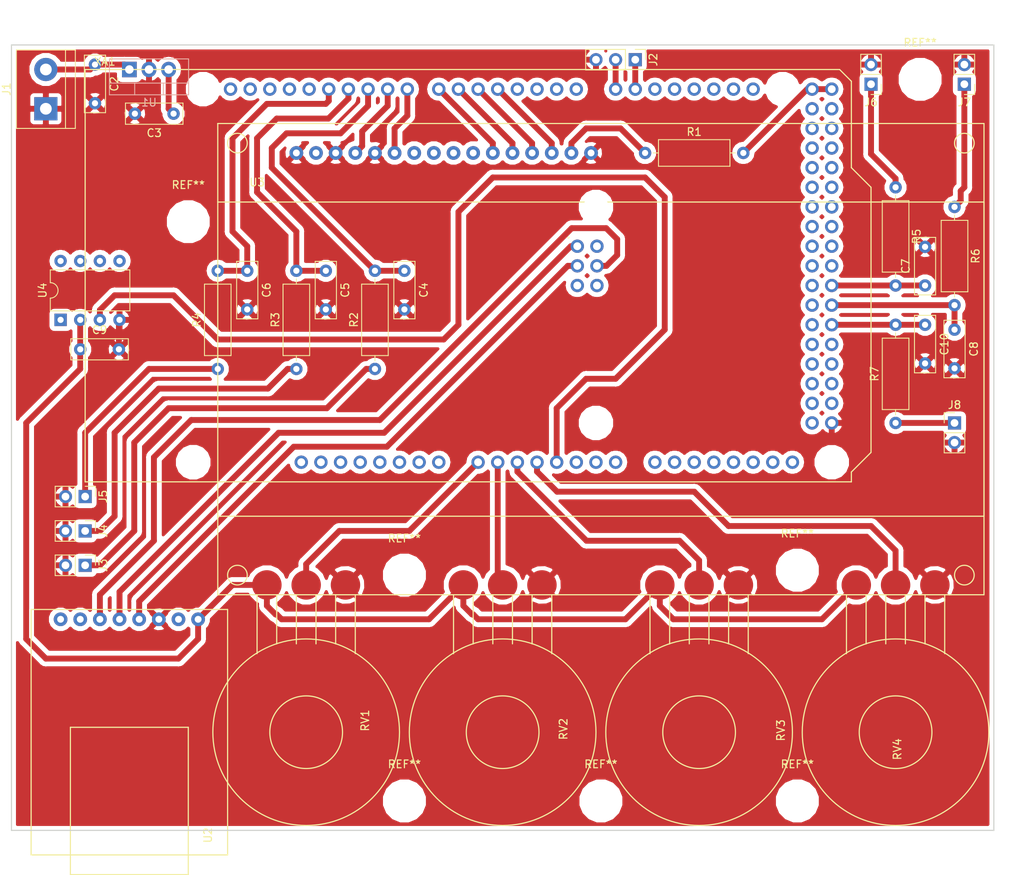
<source format=kicad_pcb>
(kicad_pcb (version 20171130) (host pcbnew 5.0.2+dfsg1-1~bpo9+1)
  (layers (0 F.Cu signal) (31 B.Cu signal) (34 B.Paste user) (35 F.Paste user) (36 B.SilkS user) (37 F.SilkS user) (38 B.Mask user) (39 F.Mask user) (44 Edge.Cuts user))
  (net 0 "")
  (net 1 "Net-(XA1-PadRST2)")
  (net 2 "Net-(XA1-PadGND4)")
  (net 3 "Net-(XA1-Pad5V2)")
  (net 4 "Net-(XA1-PadVIN)")
  (net 5 "Net-(XA1-PadGND3)")
  (net 6 "Net-(XA1-PadGND2)")
  (net 7 "Net-(XA1-Pad5V1)")
  (net 8 "Net-(XA1-Pad3V3)")
  (net 9 "Net-(XA1-PadRST1)")
  (net 10 "Net-(XA1-PadIORF)")
  (net 11 "Net-(XA1-PadD21)")
  (net 12 "Net-(XA1-PadD20)")
  (net 13 "Net-(XA1-PadD19)")
  (net 14 "Net-(XA1-PadD18)")
  (net 15 "Net-(XA1-PadD17)")
  (net 16 "Net-(XA1-PadD16)")
  (net 17 "Net-(XA1-PadD0)")
  (net 18 "Net-(XA1-PadD1)")
  (net 19 "Net-(XA1-PadD2)")
  (net 20 "Net-(XA1-PadD3)")
  (net 21 "Net-(XA1-PadGND1)")
  (net 22 "Net-(XA1-PadSCL)")
  (net 23 "Net-(XA1-PadSDA)")
  (net 24 "Net-(XA1-PadAREF)")
  (net 25 "Net-(XA1-PadD13)")
  (net 26 "Net-(XA1-PadA5)")
  (net 27 "Net-(XA1-PadA6)")
  (net 28 "Net-(XA1-PadA7)")
  (net 29 "Net-(XA1-PadA8)")
  (net 30 "Net-(XA1-PadA9)")
  (net 31 "Net-(XA1-PadA10)")
  (net 32 "Net-(XA1-PadA11)")
  (net 33 "Net-(XA1-PadA12)")
  (net 34 "Net-(XA1-PadA13)")
  (net 35 "Net-(XA1-PadA14)")
  (net 36 "Net-(XA1-PadA15)")
  (net 37 "Net-(XA1-PadD22)")
  (net 38 "Net-(XA1-PadD23)")
  (net 39 "Net-(XA1-PadD24)")
  (net 40 "Net-(XA1-PadD25)")
  (net 41 "Net-(XA1-PadD26)")
  (net 42 "Net-(XA1-PadD27)")
  (net 43 "Net-(XA1-PadD28)")
  (net 44 "Net-(XA1-PadD29)")
  (net 45 "Net-(XA1-PadD30)")
  (net 46 "Net-(XA1-PadD31)")
  (net 47 "Net-(XA1-PadD32)")
  (net 48 "Net-(XA1-PadD33)")
  (net 49 "Net-(XA1-PadD34)")
  (net 50 "Net-(XA1-PadD35)")
  (net 51 "Net-(XA1-PadD36)")
  (net 52 "Net-(XA1-PadD37)")
  (net 53 "Net-(XA1-PadD38)")
  (net 54 "Net-(XA1-PadD39)")
  (net 55 "Net-(XA1-PadD40)")
  (net 56 "Net-(XA1-PadD42)")
  (net 57 "Net-(XA1-PadD44)")
  (net 58 "Net-(XA1-PadD46)")
  (net 59 "Net-(XA1-PadD47)")
  (net 60 "Net-(XA1-PadD48)")
  (net 61 "Net-(XA1-PadD49)")
  (net 62 "Net-(XA1-PadD50)")
  (net 63 "Net-(XA1-PadD51)")
  (net 64 "Net-(XA1-PadD52)")
  (net 65 "Net-(XA1-PadGND5)")
  (net 66 +12V)
  (net 67 GND)
  (net 68 +5V)
  (net 69 /limSw)
  (net 70 /buzzer)
  (net 71 /errLight)
  (net 72 /button1)
  (net 73 /button2)
  (net 74 /roboClaw1)
  (net 75 /roboClaw2)
  (net 76 "Net-(J3-Pad1)")
  (net 77 "Net-(J4-Pad1)")
  (net 78 "Net-(J5-Pad1)")
  (net 79 "Net-(J6-Pad1)")
  (net 80 "Net-(J7-Pad1)")
  (net 81 "Net-(R1-Pad1)")
  (net 82 "Net-(U4-Pad1)")
  (net 83 "Net-(U4-Pad5)")
  (net 84 "Net-(U4-Pad6)")
  (net 85 /pressure)
  (net 86 "Net-(U4-Pad7)")
  (net 87 "Net-(U4-Pad8)")
  (net 88 /di)
  (net 89 /clk)
  (net 90 /pot1)
  (net 91 /db7)
  (net 92 /db6)
  (net 93 /db5)
  (net 94 /db4)
  (net 95 /e)
  (net 96 /rs)
  (net 97 /pot2)
  (net 98 /pot3)
  (net 99 /pot4)
  (net 100 /cs)
  (net 101 /do)
  (net 102 "Net-(U2-Pad1)")
  (net 103 "Net-(U2-Pad7)")
  (net 104 "Net-(U3-Pad7)")
  (net 105 "Net-(U3-Pad8)")
  (net 106 "Net-(U3-Pad9)")
  (net 107 "Net-(U3-Pad10)")
  (net 108 /button3)
  (net 109 "Net-(J8-Pad1)")
  (module Arduino:Arduino_Mega2560_Shield (layer F.Cu) (at 39.37 82.55)
    (fp_text reference XA1 (at 2.54 -54.356) (layer F.SilkS))
    (fp_text value Arduino_Mega2560_Shield)
    (fp_text user . (at 62.484 -32.004) (layer F.SilkS))
    (pad RST2 thru_hole oval (at 63.627 -25.4) (size 1.7272 1.7272) (drill 1.016) (layers *.Cu *.Mask) (net 1 "Net-(XA1-PadRST2)"))
    (pad GND4 thru_hole oval (at 66.167 -25.4) (size 1.7272 1.7272) (drill 1.016) (layers *.Cu *.Mask) (net 2 "Net-(XA1-PadGND4)"))
    (pad MOSI thru_hole oval (at 66.167 -27.94) (size 1.7272 1.7272) (drill 1.016) (layers *.Cu *.Mask) (net 88 /di))
    (pad SCK thru_hole oval (at 63.627 -27.94) (size 1.7272 1.7272) (drill 1.016) (layers *.Cu *.Mask) (net 89 /clk))
    (pad 5V2 thru_hole oval (at 66.167 -30.48) (size 1.7272 1.7272) (drill 1.016) (layers *.Cu *.Mask) (net 3 "Net-(XA1-Pad5V2)"))
    (pad A0 thru_hole oval (at 50.8 -2.54) (size 1.7272 1.7272) (drill 1.016) (layers *.Cu *.Mask) (net 90 /pot1))
    (pad VIN thru_hole oval (at 45.72 -2.54) (size 1.7272 1.7272) (drill 1.016) (layers *.Cu *.Mask) (net 4 "Net-(XA1-PadVIN)"))
    (pad GND3 thru_hole oval (at 43.18 -2.54) (size 1.7272 1.7272) (drill 1.016) (layers *.Cu *.Mask) (net 5 "Net-(XA1-PadGND3)"))
    (pad GND2 thru_hole oval (at 40.64 -2.54) (size 1.7272 1.7272) (drill 1.016) (layers *.Cu *.Mask) (net 6 "Net-(XA1-PadGND2)"))
    (pad 5V1 thru_hole oval (at 38.1 -2.54) (size 1.7272 1.7272) (drill 1.016) (layers *.Cu *.Mask) (net 7 "Net-(XA1-Pad5V1)"))
    (pad 3V3 thru_hole oval (at 35.56 -2.54) (size 1.7272 1.7272) (drill 1.016) (layers *.Cu *.Mask) (net 8 "Net-(XA1-Pad3V3)"))
    (pad RST1 thru_hole oval (at 33.02 -2.54) (size 1.7272 1.7272) (drill 1.016) (layers *.Cu *.Mask) (net 9 "Net-(XA1-PadRST1)"))
    (pad IORF thru_hole oval (at 30.48 -2.54) (size 1.7272 1.7272) (drill 1.016) (layers *.Cu *.Mask) (net 10 "Net-(XA1-PadIORF)"))
    (pad D21 thru_hole oval (at 86.36 -50.8) (size 1.7272 1.7272) (drill 1.016) (layers *.Cu *.Mask) (net 11 "Net-(XA1-PadD21)"))
    (pad D20 thru_hole oval (at 83.82 -50.8) (size 1.7272 1.7272) (drill 1.016) (layers *.Cu *.Mask) (net 12 "Net-(XA1-PadD20)"))
    (pad D19 thru_hole oval (at 81.28 -50.8) (size 1.7272 1.7272) (drill 1.016) (layers *.Cu *.Mask) (net 13 "Net-(XA1-PadD19)"))
    (pad D18 thru_hole oval (at 78.74 -50.8) (size 1.7272 1.7272) (drill 1.016) (layers *.Cu *.Mask) (net 14 "Net-(XA1-PadD18)"))
    (pad D17 thru_hole oval (at 76.2 -50.8) (size 1.7272 1.7272) (drill 1.016) (layers *.Cu *.Mask) (net 15 "Net-(XA1-PadD17)"))
    (pad D16 thru_hole oval (at 73.66 -50.8) (size 1.7272 1.7272) (drill 1.016) (layers *.Cu *.Mask) (net 16 "Net-(XA1-PadD16)"))
    (pad D15 thru_hole oval (at 71.12 -50.8) (size 1.7272 1.7272) (drill 1.016) (layers *.Cu *.Mask) (net 74 /roboClaw1))
    (pad D14 thru_hole oval (at 68.58 -50.8) (size 1.7272 1.7272) (drill 1.016) (layers *.Cu *.Mask) (net 75 /roboClaw2))
    (pad D0 thru_hole oval (at 63.5 -50.8) (size 1.7272 1.7272) (drill 1.016) (layers *.Cu *.Mask) (net 17 "Net-(XA1-PadD0)"))
    (pad D1 thru_hole oval (at 60.96 -50.8) (size 1.7272 1.7272) (drill 1.016) (layers *.Cu *.Mask) (net 18 "Net-(XA1-PadD1)"))
    (pad D2 thru_hole oval (at 58.42 -50.8) (size 1.7272 1.7272) (drill 1.016) (layers *.Cu *.Mask) (net 19 "Net-(XA1-PadD2)"))
    (pad D3 thru_hole oval (at 55.88 -50.8) (size 1.7272 1.7272) (drill 1.016) (layers *.Cu *.Mask) (net 20 "Net-(XA1-PadD3)"))
    (pad D4 thru_hole oval (at 53.34 -50.8) (size 1.7272 1.7272) (drill 1.016) (layers *.Cu *.Mask) (net 91 /db7))
    (pad D5 thru_hole oval (at 50.8 -50.8) (size 1.7272 1.7272) (drill 1.016) (layers *.Cu *.Mask) (net 92 /db6))
    (pad D6 thru_hole oval (at 48.26 -50.8) (size 1.7272 1.7272) (drill 1.016) (layers *.Cu *.Mask) (net 93 /db5))
    (pad D7 thru_hole oval (at 45.72 -50.8) (size 1.7272 1.7272) (drill 1.016) (layers *.Cu *.Mask) (net 94 /db4))
    (pad GND1 thru_hole oval (at 26.416 -50.8) (size 1.7272 1.7272) (drill 1.016) (layers *.Cu *.Mask) (net 21 "Net-(XA1-PadGND1)"))
    (pad D8 thru_hole oval (at 41.656 -50.8) (size 1.7272 1.7272) (drill 1.016) (layers *.Cu *.Mask) (net 95 /e))
    (pad D9 thru_hole oval (at 39.116 -50.8) (size 1.7272 1.7272) (drill 1.016) (layers *.Cu *.Mask) (net 96 /rs))
    (pad D10 thru_hole oval (at 36.576 -50.8) (size 1.7272 1.7272) (drill 1.016) (layers *.Cu *.Mask) (net 69 /limSw))
    (pad "" np_thru_hole circle (at 66.04 -7.62) (size 3.2 3.2) (drill 3.2) (layers *.Cu *.Mask))
    (pad "" np_thru_hole circle (at 66.04 -35.56) (size 3.2 3.2) (drill 3.2) (layers *.Cu *.Mask))
    (pad "" np_thru_hole circle (at 90.17 -50.8) (size 3.2 3.2) (drill 3.2) (layers *.Cu *.Mask))
    (pad "" np_thru_hole circle (at 15.24 -50.8) (size 3.2 3.2) (drill 3.2) (layers *.Cu *.Mask))
    (pad "" np_thru_hole circle (at 96.52 -2.54) (size 3.2 3.2) (drill 3.2) (layers *.Cu *.Mask))
    (pad "" np_thru_hole circle (at 13.97 -2.54) (size 3.2 3.2) (drill 3.2) (layers *.Cu *.Mask))
    (pad SCL thru_hole oval (at 18.796 -50.8) (size 1.7272 1.7272) (drill 1.016) (layers *.Cu *.Mask) (net 22 "Net-(XA1-PadSCL)"))
    (pad SDA thru_hole oval (at 21.336 -50.8) (size 1.7272 1.7272) (drill 1.016) (layers *.Cu *.Mask) (net 23 "Net-(XA1-PadSDA)"))
    (pad AREF thru_hole oval (at 23.876 -50.8) (size 1.7272 1.7272) (drill 1.016) (layers *.Cu *.Mask) (net 24 "Net-(XA1-PadAREF)"))
    (pad D13 thru_hole oval (at 28.956 -50.8) (size 1.7272 1.7272) (drill 1.016) (layers *.Cu *.Mask) (net 25 "Net-(XA1-PadD13)"))
    (pad D12 thru_hole oval (at 31.496 -50.8) (size 1.7272 1.7272) (drill 1.016) (layers *.Cu *.Mask) (net 71 /errLight))
    (pad D11 thru_hole oval (at 34.036 -50.8) (size 1.7272 1.7272) (drill 1.016) (layers *.Cu *.Mask) (net 70 /buzzer))
    (pad "" thru_hole oval (at 27.94 -2.54) (size 1.7272 1.7272) (drill 1.016) (layers *.Cu *.Mask))
    (pad A1 thru_hole oval (at 53.34 -2.54) (size 1.7272 1.7272) (drill 1.016) (layers *.Cu *.Mask) (net 97 /pot2))
    (pad A2 thru_hole oval (at 55.88 -2.54) (size 1.7272 1.7272) (drill 1.016) (layers *.Cu *.Mask) (net 98 /pot3))
    (pad A3 thru_hole oval (at 58.42 -2.54) (size 1.7272 1.7272) (drill 1.016) (layers *.Cu *.Mask) (net 99 /pot4))
    (pad A4 thru_hole oval (at 60.96 -2.54) (size 1.7272 1.7272) (drill 1.016) (layers *.Cu *.Mask) (net 85 /pressure))
    (pad A5 thru_hole oval (at 63.5 -2.54) (size 1.7272 1.7272) (drill 1.016) (layers *.Cu *.Mask) (net 26 "Net-(XA1-PadA5)"))
    (pad A6 thru_hole oval (at 66.04 -2.54) (size 1.7272 1.7272) (drill 1.016) (layers *.Cu *.Mask) (net 27 "Net-(XA1-PadA6)"))
    (pad A7 thru_hole oval (at 68.58 -2.54) (size 1.7272 1.7272) (drill 1.016) (layers *.Cu *.Mask) (net 28 "Net-(XA1-PadA7)"))
    (pad A8 thru_hole oval (at 73.66 -2.54) (size 1.7272 1.7272) (drill 1.016) (layers *.Cu *.Mask) (net 29 "Net-(XA1-PadA8)"))
    (pad A9 thru_hole oval (at 76.2 -2.54) (size 1.7272 1.7272) (drill 1.016) (layers *.Cu *.Mask) (net 30 "Net-(XA1-PadA9)"))
    (pad A10 thru_hole oval (at 78.74 -2.54) (size 1.7272 1.7272) (drill 1.016) (layers *.Cu *.Mask) (net 31 "Net-(XA1-PadA10)"))
    (pad A11 thru_hole oval (at 81.28 -2.54) (size 1.7272 1.7272) (drill 1.016) (layers *.Cu *.Mask) (net 32 "Net-(XA1-PadA11)"))
    (pad A12 thru_hole oval (at 83.82 -2.54) (size 1.7272 1.7272) (drill 1.016) (layers *.Cu *.Mask) (net 33 "Net-(XA1-PadA12)"))
    (pad A13 thru_hole oval (at 86.36 -2.54) (size 1.7272 1.7272) (drill 1.016) (layers *.Cu *.Mask) (net 34 "Net-(XA1-PadA13)"))
    (pad A14 thru_hole oval (at 88.9 -2.54) (size 1.7272 1.7272) (drill 1.016) (layers *.Cu *.Mask) (net 35 "Net-(XA1-PadA14)"))
    (pad A15 thru_hole oval (at 91.44 -2.54) (size 1.7272 1.7272) (drill 1.016) (layers *.Cu *.Mask) (net 36 "Net-(XA1-PadA15)"))
    (pad 5V3 thru_hole oval (at 93.98 -50.8) (size 1.7272 1.7272) (drill 1.016) (layers *.Cu *.Mask) (net 68 +5V))
    (pad 5V4 thru_hole oval (at 96.52 -50.8) (size 1.7272 1.7272) (drill 1.016) (layers *.Cu *.Mask) (net 68 +5V))
    (pad D22 thru_hole oval (at 93.98 -48.26) (size 1.7272 1.7272) (drill 1.016) (layers *.Cu *.Mask) (net 37 "Net-(XA1-PadD22)"))
    (pad D23 thru_hole oval (at 96.52 -48.26) (size 1.7272 1.7272) (drill 1.016) (layers *.Cu *.Mask) (net 38 "Net-(XA1-PadD23)"))
    (pad D24 thru_hole oval (at 93.98 -45.72) (size 1.7272 1.7272) (drill 1.016) (layers *.Cu *.Mask) (net 39 "Net-(XA1-PadD24)"))
    (pad D25 thru_hole oval (at 96.52 -45.72) (size 1.7272 1.7272) (drill 1.016) (layers *.Cu *.Mask) (net 40 "Net-(XA1-PadD25)"))
    (pad D26 thru_hole oval (at 93.98 -43.18) (size 1.7272 1.7272) (drill 1.016) (layers *.Cu *.Mask) (net 41 "Net-(XA1-PadD26)"))
    (pad D27 thru_hole oval (at 96.52 -43.18) (size 1.7272 1.7272) (drill 1.016) (layers *.Cu *.Mask) (net 42 "Net-(XA1-PadD27)"))
    (pad D28 thru_hole oval (at 93.98 -40.64) (size 1.7272 1.7272) (drill 1.016) (layers *.Cu *.Mask) (net 43 "Net-(XA1-PadD28)"))
    (pad D29 thru_hole oval (at 96.52 -40.64) (size 1.7272 1.7272) (drill 1.016) (layers *.Cu *.Mask) (net 44 "Net-(XA1-PadD29)"))
    (pad D30 thru_hole oval (at 93.98 -38.1) (size 1.7272 1.7272) (drill 1.016) (layers *.Cu *.Mask) (net 45 "Net-(XA1-PadD30)"))
    (pad D31 thru_hole oval (at 96.52 -38.1) (size 1.7272 1.7272) (drill 1.016) (layers *.Cu *.Mask) (net 46 "Net-(XA1-PadD31)"))
    (pad D32 thru_hole oval (at 93.98 -35.56) (size 1.7272 1.7272) (drill 1.016) (layers *.Cu *.Mask) (net 47 "Net-(XA1-PadD32)"))
    (pad D33 thru_hole oval (at 96.52 -35.56) (size 1.7272 1.7272) (drill 1.016) (layers *.Cu *.Mask) (net 48 "Net-(XA1-PadD33)"))
    (pad D34 thru_hole oval (at 93.98 -33.02) (size 1.7272 1.7272) (drill 1.016) (layers *.Cu *.Mask) (net 49 "Net-(XA1-PadD34)"))
    (pad D35 thru_hole oval (at 96.52 -33.02) (size 1.7272 1.7272) (drill 1.016) (layers *.Cu *.Mask) (net 50 "Net-(XA1-PadD35)"))
    (pad D36 thru_hole oval (at 93.98 -30.48) (size 1.7272 1.7272) (drill 1.016) (layers *.Cu *.Mask) (net 51 "Net-(XA1-PadD36)"))
    (pad D37 thru_hole oval (at 96.52 -30.48) (size 1.7272 1.7272) (drill 1.016) (layers *.Cu *.Mask) (net 52 "Net-(XA1-PadD37)"))
    (pad D38 thru_hole oval (at 93.98 -27.94) (size 1.7272 1.7272) (drill 1.016) (layers *.Cu *.Mask) (net 53 "Net-(XA1-PadD38)"))
    (pad D39 thru_hole oval (at 96.52 -27.94) (size 1.7272 1.7272) (drill 1.016) (layers *.Cu *.Mask) (net 54 "Net-(XA1-PadD39)"))
    (pad D40 thru_hole oval (at 93.98 -25.4) (size 1.7272 1.7272) (drill 1.016) (layers *.Cu *.Mask) (net 55 "Net-(XA1-PadD40)"))
    (pad D41 thru_hole oval (at 96.52 -25.4) (size 1.7272 1.7272) (drill 1.016) (layers *.Cu *.Mask) (net 72 /button1))
    (pad D42 thru_hole oval (at 93.98 -22.86) (size 1.7272 1.7272) (drill 1.016) (layers *.Cu *.Mask) (net 56 "Net-(XA1-PadD42)"))
    (pad D43 thru_hole oval (at 96.52 -22.86) (size 1.7272 1.7272) (drill 1.016) (layers *.Cu *.Mask) (net 73 /button2))
    (pad D44 thru_hole oval (at 93.98 -20.32) (size 1.7272 1.7272) (drill 1.016) (layers *.Cu *.Mask) (net 57 "Net-(XA1-PadD44)"))
    (pad D45 thru_hole oval (at 96.52 -20.32) (size 1.7272 1.7272) (drill 1.016) (layers *.Cu *.Mask) (net 108 /button3))
    (pad D46 thru_hole oval (at 93.98 -17.78) (size 1.7272 1.7272) (drill 1.016) (layers *.Cu *.Mask) (net 58 "Net-(XA1-PadD46)"))
    (pad D47 thru_hole oval (at 96.52 -17.78) (size 1.7272 1.7272) (drill 1.016) (layers *.Cu *.Mask) (net 59 "Net-(XA1-PadD47)"))
    (pad D48 thru_hole oval (at 93.98 -15.24) (size 1.7272 1.7272) (drill 1.016) (layers *.Cu *.Mask) (net 60 "Net-(XA1-PadD48)"))
    (pad D49 thru_hole oval (at 96.52 -15.24) (size 1.7272 1.7272) (drill 1.016) (layers *.Cu *.Mask) (net 61 "Net-(XA1-PadD49)"))
    (pad D50 thru_hole oval (at 93.98 -12.7) (size 1.7272 1.7272) (drill 1.016) (layers *.Cu *.Mask) (net 62 "Net-(XA1-PadD50)"))
    (pad D51 thru_hole oval (at 96.52 -12.7) (size 1.7272 1.7272) (drill 1.016) (layers *.Cu *.Mask) (net 63 "Net-(XA1-PadD51)"))
    (pad D52 thru_hole oval (at 93.98 -10.16) (size 1.7272 1.7272) (drill 1.016) (layers *.Cu *.Mask) (net 64 "Net-(XA1-PadD52)"))
    (pad D53 thru_hole oval (at 96.52 -10.16) (size 1.7272 1.7272) (drill 1.016) (layers *.Cu *.Mask) (net 100 /cs))
    (pad GND5 thru_hole oval (at 93.98 -7.62) (size 1.7272 1.7272) (drill 1.016) (layers *.Cu *.Mask) (net 65 "Net-(XA1-PadGND5)"))
    (pad GND6 thru_hole oval (at 96.52 -7.62) (size 1.7272 1.7272) (drill 1.016) (layers *.Cu *.Mask) (net 67 GND))
    (pad MISO thru_hole oval (at 63.627 -30.48) (size 1.7272 1.7272) (drill 1.016) (layers *.Cu *.Mask) (net 101 /do))
  )
  (module Capacitor_THT:C_Rect_L7.2mm_W2.5mm_P5.00mm_FKS2_FKP2_MKS2_MKP2 (layer F.Cu) (at 40.64 28.575 270)
    (fp_text reference C2 (at 2.5 -2.5 270) (layer F.SilkS))
    (fp_text value C)
    (pad 2 thru_hole circle (at 5 0 270) (size 1.6 1.6) (drill 0.8) (layers *.Cu *.Mask) (net 67 GND))
    (pad 1 thru_hole circle (at 0 0 270) (size 1.6 1.6) (drill 0.8) (layers *.Cu *.Mask) (net 66 +12V))
  )
  (module Capacitor_THT:C_Rect_L7.2mm_W2.5mm_P5.00mm_FKS2_FKP2_MKS2_MKP2 (layer F.Cu) (at 50.8 34.925 180)
    (fp_text reference C3 (at 2.5 -2.5 180) (layer F.SilkS))
    (fp_text value C)
    (pad 1 thru_hole circle (at 0 0 180) (size 1.6 1.6) (drill 0.8) (layers *.Cu *.Mask) (net 68 +5V))
    (pad 2 thru_hole circle (at 5 0 180) (size 1.6 1.6) (drill 0.8) (layers *.Cu *.Mask) (net 67 GND))
  )
  (module Capacitor_THT:C_Rect_L7.2mm_W2.5mm_P5.00mm_FKS2_FKP2_MKS2_MKP2 (layer F.Cu) (at 80.645 55.245 270)
    (fp_text reference C4 (at 2.5 -2.5 270) (layer F.SilkS))
    (fp_text value C)
    (pad 1 thru_hole circle (at 0 0 270) (size 1.6 1.6) (drill 0.8) (layers *.Cu *.Mask) (net 69 /limSw))
    (pad 2 thru_hole circle (at 5 0 270) (size 1.6 1.6) (drill 0.8) (layers *.Cu *.Mask) (net 67 GND))
  )
  (module Capacitor_THT:C_Rect_L7.2mm_W2.5mm_P5.00mm_FKS2_FKP2_MKS2_MKP2 (layer F.Cu) (at 70.485 55.245 270)
    (fp_text reference C5 (at 2.5 -2.5 270) (layer F.SilkS))
    (fp_text value C)
    (pad 1 thru_hole circle (at 0 0 270) (size 1.6 1.6) (drill 0.8) (layers *.Cu *.Mask) (net 70 /buzzer))
    (pad 2 thru_hole circle (at 5 0 270) (size 1.6 1.6) (drill 0.8) (layers *.Cu *.Mask) (net 67 GND))
  )
  (module Capacitor_THT:C_Rect_L7.2mm_W2.5mm_P5.00mm_FKS2_FKP2_MKS2_MKP2 (layer F.Cu) (at 60.325 55.245 270)
    (fp_text reference C6 (at 2.5 -2.5 270) (layer F.SilkS))
    (fp_text value C)
    (pad 2 thru_hole circle (at 5 0 270) (size 1.6 1.6) (drill 0.8) (layers *.Cu *.Mask) (net 67 GND))
    (pad 1 thru_hole circle (at 0 0 270) (size 1.6 1.6) (drill 0.8) (layers *.Cu *.Mask) (net 71 /errLight))
  )
  (module Capacitor_THT:C_Rect_L7.2mm_W2.5mm_P5.00mm_FKS2_FKP2_MKS2_MKP2 (layer F.Cu) (at 147.955 57.15 90)
    (fp_text reference C7 (at 2.5 -2.5 90) (layer F.SilkS))
    (fp_text value C)
    (pad 2 thru_hole circle (at 5 0 90) (size 1.6 1.6) (drill 0.8) (layers *.Cu *.Mask) (net 67 GND))
    (pad 1 thru_hole circle (at 0 0 90) (size 1.6 1.6) (drill 0.8) (layers *.Cu *.Mask) (net 72 /button1))
  )
  (module Capacitor_THT:C_Rect_L7.2mm_W2.5mm_P5.00mm_FKS2_FKP2_MKS2_MKP2 (layer F.Cu) (at 151.765 62.865 270)
    (fp_text reference C8 (at 2.5 -2.5 270) (layer F.SilkS))
    (fp_text value C)
    (pad 1 thru_hole circle (at 0 0 270) (size 1.6 1.6) (drill 0.8) (layers *.Cu *.Mask) (net 73 /button2))
    (pad 2 thru_hole circle (at 5 0 270) (size 1.6 1.6) (drill 0.8) (layers *.Cu *.Mask) (net 67 GND))
  )
  (module Capacitor_THT:C_Rect_L7.2mm_W2.5mm_P5.00mm_FKS2_FKP2_MKS2_MKP2 (layer F.Cu) (at 38.735 65.405)
    (fp_text reference C9 (at 2.5 -2.5) (layer F.SilkS))
    (fp_text value C)
    (pad 2 thru_hole circle (at 5 0) (size 1.6 1.6) (drill 0.8) (layers *.Cu *.Mask) (net 67 GND))
    (pad 1 thru_hole circle (at 0 0) (size 1.6 1.6) (drill 0.8) (layers *.Cu *.Mask) (net 68 +5V))
  )
  (module TerminalBlock:TerminalBlock_bornier-2_P5.08mm (layer F.Cu) (at 34.29 34.29 90)
    (fp_text reference J1 (at 2.54 -5.08 90) (layer F.SilkS))
    (fp_text value Screw_Terminal_01x02)
    (pad 1 thru_hole rect (at 0 0 90) (size 3 3) (drill 1.52) (layers *.Cu *.Mask) (net 67 GND))
    (pad 2 thru_hole circle (at 5.08 0 90) (size 3 3) (drill 1.52) (layers *.Cu *.Mask) (net 66 +12V))
  )
  (module Connector_PinHeader_2.54mm:PinHeader_1x02_P2.54mm_Vertical (layer F.Cu) (at 39.37 93.345 270)
    (fp_text reference J3 (at 0 -2.33 270) (layer F.SilkS))
    (fp_text value Conn_01x02_Female)
    (pad 2 thru_hole oval (at 0 2.54 270) (size 1.7 1.7) (drill 1) (layers *.Cu *.Mask) (net 67 GND))
    (pad 1 thru_hole rect (at 0 0 270) (size 1.7 1.7) (drill 1) (layers *.Cu *.Mask) (net 76 "Net-(J3-Pad1)"))
  )
  (module Connector_PinHeader_2.54mm:PinHeader_1x02_P2.54mm_Vertical (layer F.Cu) (at 39.37 88.9 270)
    (fp_text reference J4 (at 0 -2.33 270) (layer F.SilkS))
    (fp_text value Conn_01x02_Female)
    (pad 1 thru_hole rect (at 0 0 270) (size 1.7 1.7) (drill 1) (layers *.Cu *.Mask) (net 77 "Net-(J4-Pad1)"))
    (pad 2 thru_hole oval (at 0 2.54 270) (size 1.7 1.7) (drill 1) (layers *.Cu *.Mask) (net 67 GND))
  )
  (module Connector_PinHeader_2.54mm:PinHeader_1x02_P2.54mm_Vertical (layer F.Cu) (at 39.37 84.455 270)
    (fp_text reference J5 (at 0 -2.33 270) (layer F.SilkS))
    (fp_text value Conn_01x02_Female)
    (pad 2 thru_hole oval (at 0 2.54 270) (size 1.7 1.7) (drill 1) (layers *.Cu *.Mask) (net 67 GND))
    (pad 1 thru_hole rect (at 0 0 270) (size 1.7 1.7) (drill 1) (layers *.Cu *.Mask) (net 78 "Net-(J5-Pad1)"))
  )
  (module Connector_PinHeader_2.54mm:PinHeader_1x02_P2.54mm_Vertical (layer F.Cu) (at 140.97 31.115 180)
    (fp_text reference J6 (at 0 -2.33 180) (layer F.SilkS))
    (fp_text value Conn_01x02_Female)
    (pad 1 thru_hole rect (at 0 0 180) (size 1.7 1.7) (drill 1) (layers *.Cu *.Mask) (net 79 "Net-(J6-Pad1)"))
    (pad 2 thru_hole oval (at 0 2.54 180) (size 1.7 1.7) (drill 1) (layers *.Cu *.Mask) (net 67 GND))
  )
  (module Connector_PinHeader_2.54mm:PinHeader_1x02_P2.54mm_Vertical (layer F.Cu) (at 153.035 31.115 180)
    (fp_text reference J7 (at 0 -2.33 180) (layer F.SilkS))
    (fp_text value Conn_01x02_Female)
    (pad 2 thru_hole oval (at 0 2.54 180) (size 1.7 1.7) (drill 1) (layers *.Cu *.Mask) (net 67 GND))
    (pad 1 thru_hole rect (at 0 0 180) (size 1.7 1.7) (drill 1) (layers *.Cu *.Mask) (net 80 "Net-(J7-Pad1)"))
  )
  (module Resistor_THT:R_Axial_DIN0309_L9.0mm_D3.2mm_P12.70mm_Horizontal (layer F.Cu) (at 111.76 40.005)
    (fp_text reference R1 (at 6.35 -2.72) (layer F.SilkS))
    (fp_text value R)
    (pad 2 thru_hole oval (at 12.7 0) (size 1.6 1.6) (drill 0.8) (layers *.Cu *.Mask) (net 68 +5V))
    (pad 1 thru_hole circle (at 0 0) (size 1.6 1.6) (drill 0.8) (layers *.Cu *.Mask) (net 81 "Net-(R1-Pad1)"))
  )
  (module Resistor_THT:R_Axial_DIN0309_L9.0mm_D3.2mm_P12.70mm_Horizontal (layer F.Cu) (at 76.835 67.945 90)
    (fp_text reference R2 (at 6.35 -2.72 90) (layer F.SilkS))
    (fp_text value R)
    (pad 2 thru_hole oval (at 12.7 0 90) (size 1.6 1.6) (drill 0.8) (layers *.Cu *.Mask) (net 69 /limSw))
    (pad 1 thru_hole circle (at 0 0 90) (size 1.6 1.6) (drill 0.8) (layers *.Cu *.Mask) (net 76 "Net-(J3-Pad1)"))
  )
  (module Resistor_THT:R_Axial_DIN0309_L9.0mm_D3.2mm_P12.70mm_Horizontal (layer F.Cu) (at 66.675 67.945 90)
    (fp_text reference R3 (at 6.35 -2.72 90) (layer F.SilkS))
    (fp_text value R)
    (pad 2 thru_hole oval (at 12.7 0 90) (size 1.6 1.6) (drill 0.8) (layers *.Cu *.Mask) (net 70 /buzzer))
    (pad 1 thru_hole circle (at 0 0 90) (size 1.6 1.6) (drill 0.8) (layers *.Cu *.Mask) (net 77 "Net-(J4-Pad1)"))
  )
  (module Resistor_THT:R_Axial_DIN0309_L9.0mm_D3.2mm_P12.70mm_Horizontal (layer F.Cu) (at 56.515 67.945 90)
    (fp_text reference R4 (at 6.35 -2.72 90) (layer F.SilkS))
    (fp_text value R)
    (pad 1 thru_hole circle (at 0 0 90) (size 1.6 1.6) (drill 0.8) (layers *.Cu *.Mask) (net 78 "Net-(J5-Pad1)"))
    (pad 2 thru_hole oval (at 12.7 0 90) (size 1.6 1.6) (drill 0.8) (layers *.Cu *.Mask) (net 71 /errLight))
  )
  (module Resistor_THT:R_Axial_DIN0309_L9.0mm_D3.2mm_P12.70mm_Horizontal (layer F.Cu) (at 144.145 44.45 270)
    (fp_text reference R5 (at 6.35 -2.72 270) (layer F.SilkS))
    (fp_text value R)
    (pad 1 thru_hole circle (at 0 0 270) (size 1.6 1.6) (drill 0.8) (layers *.Cu *.Mask) (net 79 "Net-(J6-Pad1)"))
    (pad 2 thru_hole oval (at 12.7 0 270) (size 1.6 1.6) (drill 0.8) (layers *.Cu *.Mask) (net 72 /button1))
  )
  (module Resistor_THT:R_Axial_DIN0309_L9.0mm_D3.2mm_P12.70mm_Horizontal (layer F.Cu) (at 151.765 46.99 270)
    (fp_text reference R6 (at 6.35 -2.72 270) (layer F.SilkS))
    (fp_text value R)
    (pad 1 thru_hole circle (at 0 0 270) (size 1.6 1.6) (drill 0.8) (layers *.Cu *.Mask) (net 80 "Net-(J7-Pad1)"))
    (pad 2 thru_hole oval (at 12.7 0 270) (size 1.6 1.6) (drill 0.8) (layers *.Cu *.Mask) (net 73 /button2))
  )
  (module Package_TO_SOT_THT:TO-220-3_Vertical (layer B.Cu) (at 45.085 29.21)
    (fp_text reference U1 (at 2.54 4.27) (layer B.SilkS) (effects (justify mirror)))
    (fp_text value L7805)
    (pad 1 thru_hole rect (at 0 0) (size 1.905 2) (drill 1.1) (layers *.Cu *.Mask) (net 66 +12V))
    (pad 2 thru_hole oval (at 2.54 0) (size 1.905 2) (drill 1.1) (layers *.Cu *.Mask) (net 67 GND))
    (pad 3 thru_hole oval (at 5.08 0) (size 1.905 2) (drill 1.1) (layers *.Cu *.Mask) (net 68 +5V))
  )
  (module Package_DIP:DIP-8_W7.62mm (layer F.Cu) (at 36.195 61.595 90)
    (fp_text reference U4 (at 3.81 -2.33 90) (layer F.SilkS))
    (fp_text value SSCDRRN100MDAA5)
    (pad 1 thru_hole rect (at 0 0 90) (size 1.6 1.6) (drill 0.8) (layers *.Cu *.Mask) (net 82 "Net-(U4-Pad1)"))
    (pad 5 thru_hole oval (at 7.62 7.62 90) (size 1.6 1.6) (drill 0.8) (layers *.Cu *.Mask) (net 83 "Net-(U4-Pad5)"))
    (pad 2 thru_hole oval (at 0 2.54 90) (size 1.6 1.6) (drill 0.8) (layers *.Cu *.Mask) (net 68 +5V))
    (pad 6 thru_hole oval (at 7.62 5.08 90) (size 1.6 1.6) (drill 0.8) (layers *.Cu *.Mask) (net 84 "Net-(U4-Pad6)"))
    (pad 3 thru_hole oval (at 0 5.08 90) (size 1.6 1.6) (drill 0.8) (layers *.Cu *.Mask) (net 85 /pressure))
    (pad 7 thru_hole oval (at 7.62 2.54 90) (size 1.6 1.6) (drill 0.8) (layers *.Cu *.Mask) (net 86 "Net-(U4-Pad7)"))
    (pad 4 thru_hole oval (at 0 7.62 90) (size 1.6 1.6) (drill 0.8) (layers *.Cu *.Mask) (net 67 GND))
    (pad 8 thru_hole oval (at 7.62 0 90) (size 1.6 1.6) (drill 0.8) (layers *.Cu *.Mask) (net 87 "Net-(U4-Pad8)"))
  )
  (module prototypeParts:pot_panel_surface (layer F.Cu) (at 67.945 114.935 90)
    (fp_text reference RV1 (at 1.509999 7.62 90) (layer F.SilkS))
    (fp_text value R_POT_US)
    (pad 3 smd circle (at 19.05 5.08 90) (size 3.81 3.81) (layers F.Cu F.Paste F.Mask) (net 67 GND))
    (pad 2 smd circle (at 19.05 0 90) (size 3.81 3.81) (layers F.Cu F.Paste F.Mask) (net 90 /pot1))
    (pad 1 smd circle (at 19.05 -5.08 90) (size 3.81 3.81) (layers F.Cu F.Paste F.Mask) (net 68 +5V))
  )
  (module prototypeParts:pot_panel_surface (layer F.Cu) (at 93.345 114.935 90)
    (fp_text reference RV2 (at 0.409999 7.859999 90) (layer F.SilkS))
    (fp_text value R_POT_US)
    (pad 1 smd circle (at 19.05 -5.08 90) (size 3.81 3.81) (layers F.Cu F.Paste F.Mask) (net 68 +5V))
    (pad 2 smd circle (at 19.05 0 90) (size 3.81 3.81) (layers F.Cu F.Paste F.Mask) (net 97 /pot2))
    (pad 3 smd circle (at 19.05 5.08 90) (size 3.81 3.81) (layers F.Cu F.Paste F.Mask) (net 67 GND))
  )
  (module prototypeParts:pot_panel_surface (layer F.Cu) (at 118.745 114.935 90)
    (fp_text reference RV3 (at 0.239999 10.569999 90) (layer F.SilkS))
    (fp_text value R_POT_US)
    (pad 3 smd circle (at 19.05 5.08 90) (size 3.81 3.81) (layers F.Cu F.Paste F.Mask) (net 67 GND))
    (pad 2 smd circle (at 19.05 0 90) (size 3.81 3.81) (layers F.Cu F.Paste F.Mask) (net 98 /pot3))
    (pad 1 smd circle (at 19.05 -5.08 90) (size 3.81 3.81) (layers F.Cu F.Paste F.Mask) (net 68 +5V))
  )
  (module prototypeParts:pot_panel_surface (layer F.Cu) (at 144.145 114.935 90)
    (fp_text reference RV4 (at -2.200001 0.239999 90) (layer F.SilkS))
    (fp_text value R_POT_US)
    (pad 1 smd circle (at 19.05 -5.08 90) (size 3.81 3.81) (layers F.Cu F.Paste F.Mask) (net 68 +5V))
    (pad 2 smd circle (at 19.05 0 90) (size 3.81 3.81) (layers F.Cu F.Paste F.Mask) (net 99 /pot4))
    (pad 3 smd circle (at 19.05 5.08 90) (size 3.81 3.81) (layers F.Cu F.Paste F.Mask) (net 67 GND))
  )
  (module prototypeParts:microSD_breakout_adafruit (layer F.Cu) (at 32.385 130.81 90)
    (fp_text reference U2 (at 2.54 22.86 90) (layer F.SilkS))
    (fp_text value adafruitMicroSD)
    (pad 1 thru_hole circle (at 30.48 3.81 90) (size 1.778 1.778) (drill 0.889) (layers *.Cu *.Mask) (net 102 "Net-(U2-Pad1)"))
    (pad 2 thru_hole circle (at 30.48 6.35 90) (size 1.778 1.778) (drill 0.889) (layers *.Cu *.Mask) (net 100 /cs))
    (pad 3 thru_hole circle (at 30.48 8.89 90) (size 1.778 1.778) (drill 0.889) (layers *.Cu *.Mask) (net 88 /di))
    (pad 4 thru_hole circle (at 30.48 11.43 90) (size 1.778 1.778) (drill 0.889) (layers *.Cu *.Mask) (net 101 /do))
    (pad 5 thru_hole circle (at 30.48 13.97 90) (size 1.778 1.778) (drill 0.889) (layers *.Cu *.Mask) (net 89 /clk))
    (pad 6 thru_hole circle (at 30.48 16.51 90) (size 1.778 1.778) (drill 0.889) (layers *.Cu *.Mask) (net 67 GND))
    (pad 7 thru_hole circle (at 30.48 19.05 90) (size 1.778 1.778) (drill 0.889) (layers *.Cu *.Mask) (net 103 "Net-(U2-Pad7)"))
    (pad 8 thru_hole circle (at 30.48 21.59 90) (size 1.778 1.778) (drill 0.889) (layers *.Cu *.Mask) (net 68 +5V))
  )
  (module prototypeParts:lcd_4x20_screen_horizontal (layer F.Cu) (at 56.515 36.195)
    (fp_text reference U3 (at 5.08 7.62) (layer F.SilkS))
    (fp_text value NHD-0420AZ-FSW-GBW-33V3)
    (pad 1 thru_hole circle (at 10.16 3.81) (size 1.778 1.778) (drill 0.889) (layers *.Cu *.Mask) (net 67 GND))
    (pad 2 thru_hole circle (at 12.7 3.81) (size 1.778 1.778) (drill 0.889) (layers *.Cu *.Mask) (net 68 +5V))
    (pad 3 thru_hole circle (at 15.24 3.81) (size 1.778 1.778) (drill 0.889) (layers *.Cu *.Mask) (net 67 GND))
    (pad 4 thru_hole circle (at 17.78 3.81) (size 1.778 1.778) (drill 0.889) (layers *.Cu *.Mask) (net 96 /rs))
    (pad 5 thru_hole circle (at 20.32 3.81) (size 1.778 1.778) (drill 0.889) (layers *.Cu *.Mask) (net 67 GND))
    (pad 6 thru_hole circle (at 22.86 3.81) (size 1.778 1.778) (drill 0.889) (layers *.Cu *.Mask) (net 95 /e))
    (pad 7 thru_hole circle (at 25.4 3.81) (size 1.778 1.778) (drill 0.889) (layers *.Cu *.Mask) (net 104 "Net-(U3-Pad7)"))
    (pad 8 thru_hole circle (at 27.94 3.81) (size 1.778 1.778) (drill 0.889) (layers *.Cu *.Mask) (net 105 "Net-(U3-Pad8)"))
    (pad 9 thru_hole circle (at 30.48 3.81) (size 1.778 1.778) (drill 0.889) (layers *.Cu *.Mask) (net 106 "Net-(U3-Pad9)"))
    (pad 10 thru_hole circle (at 33.02 3.81) (size 1.778 1.778) (drill 0.889) (layers *.Cu *.Mask) (net 107 "Net-(U3-Pad10)"))
    (pad 11 thru_hole circle (at 35.56 3.81) (size 1.778 1.778) (drill 0.889) (layers *.Cu *.Mask) (net 94 /db4))
    (pad 12 thru_hole circle (at 38.1 3.81) (size 1.778 1.778) (drill 0.889) (layers *.Cu *.Mask) (net 93 /db5))
    (pad 13 thru_hole circle (at 40.64 3.81) (size 1.778 1.778) (drill 0.889) (layers *.Cu *.Mask) (net 92 /db6))
    (pad 14 thru_hole circle (at 43.18 3.81) (size 1.778 1.778) (drill 0.889) (layers *.Cu *.Mask) (net 91 /db7))
    (pad 15 thru_hole circle (at 45.72 3.81) (size 1.778 1.778) (drill 0.889) (layers *.Cu *.Mask) (net 81 "Net-(R1-Pad1)"))
    (pad 16 thru_hole circle (at 48.26 3.81) (size 1.778 1.778) (drill 0.889) (layers *.Cu *.Mask) (net 67 GND))
  )
  (module Capacitor_THT:C_Rect_L7.2mm_W2.5mm_P5.00mm_FKS2_FKP2_MKS2_MKP2 (layer F.Cu) (at 147.955 62.23 270)
    (fp_text reference C10 (at 2.5 -2.5 270) (layer F.SilkS))
    (fp_text value C)
    (pad 1 thru_hole circle (at 0 0 270) (size 1.6 1.6) (drill 0.8) (layers *.Cu *.Mask) (net 108 /button3))
    (pad 2 thru_hole circle (at 5 0 270) (size 1.6 1.6) (drill 0.8) (layers *.Cu *.Mask) (net 67 GND))
  )
  (module Connector_PinHeader_2.54mm:PinHeader_1x02_P2.54mm_Vertical (layer F.Cu) (at 151.765 74.93)
    (fp_text reference J8 (at 0 -2.33) (layer F.SilkS))
    (fp_text value Conn_01x02_Female)
    (pad 1 thru_hole rect (at 0 0) (size 1.7 1.7) (drill 1) (layers *.Cu *.Mask) (net 109 "Net-(J8-Pad1)"))
    (pad 2 thru_hole oval (at 0 2.54) (size 1.7 1.7) (drill 1) (layers *.Cu *.Mask) (net 67 GND))
  )
  (module Resistor_THT:R_Axial_DIN0309_L9.0mm_D3.2mm_P12.70mm_Horizontal (layer F.Cu) (at 144.145 74.93 90)
    (fp_text reference R7 (at 6.35 -2.72 90) (layer F.SilkS))
    (fp_text value R)
    (pad 1 thru_hole circle (at 0 0 90) (size 1.6 1.6) (drill 0.8) (layers *.Cu *.Mask) (net 109 "Net-(J8-Pad1)"))
    (pad 2 thru_hole oval (at 12.7 0 90) (size 1.6 1.6) (drill 0.8) (layers *.Cu *.Mask) (net 108 /button3))
  )
  (module Connector_PinHeader_2.54mm:PinHeader_1x03_P2.54mm_Vertical (layer F.Cu) (at 110.49 27.94 270)
    (fp_text reference J2 (at 0 -2.33 270) (layer F.SilkS))
    (fp_text value Conn_01x03_Female)
    (pad 1 thru_hole rect (at 0 0 270) (size 1.7 1.7) (drill 1) (layers *.Cu *.Mask) (net 74 /roboClaw1))
    (pad 2 thru_hole oval (at 0 2.54 270) (size 1.7 1.7) (drill 1) (layers *.Cu *.Mask) (net 75 /roboClaw2))
    (pad 3 thru_hole oval (at 0 5.08 270) (size 1.7 1.7) (drill 1) (layers *.Cu *.Mask) (net 67 GND))
  )
  (module MountingHole:MountingHole_4.3mm_M4_DIN965 (layer F.Cu) (at 131.445 93.98)
    (fp_text reference REF** (at 0 -4.75) (layer F.SilkS))
    (fp_text value MountingHole_4.3mm_M4_DIN965)
    (pad 1 np_thru_hole circle (at 0 0) (size 4.3 4.3) (drill 4.3) (layers *.Cu *.Mask))
  )
  (module MountingHole:MountingHole_4.3mm_M4_DIN965 (layer F.Cu) (at 80.645 94.615)
    (fp_text reference REF** (at 0 -4.75) (layer F.SilkS))
    (fp_text value MountingHole_4.3mm_M4_DIN965)
    (pad 1 np_thru_hole circle (at 0 0) (size 4.3 4.3) (drill 4.3) (layers *.Cu *.Mask))
  )
  (module MountingHole:MountingHole_4.3mm_M4_DIN965 (layer F.Cu) (at 106.045 123.825)
    (fp_text reference REF** (at 0 -4.75) (layer F.SilkS))
    (fp_text value MountingHole_4.3mm_M4_DIN965)
    (pad 1 np_thru_hole circle (at 0 0) (size 4.3 4.3) (drill 4.3) (layers *.Cu *.Mask))
  )
  (module MountingHole:MountingHole_4.3mm_M4_DIN965 (layer F.Cu) (at 131.445 123.825)
    (fp_text reference REF** (at 0 -4.75) (layer F.SilkS))
    (fp_text value MountingHole_4.3mm_M4_DIN965)
    (pad 1 np_thru_hole circle (at 0 0) (size 4.3 4.3) (drill 4.3) (layers *.Cu *.Mask))
  )
  (module MountingHole:MountingHole_4.3mm_M4_DIN965 (layer F.Cu) (at 80.645 123.825)
    (fp_text reference REF** (at 0 -4.75) (layer F.SilkS))
    (fp_text value MountingHole_4.3mm_M4_DIN965)
    (pad 1 np_thru_hole circle (at 0 0) (size 4.3 4.3) (drill 4.3) (layers *.Cu *.Mask))
  )
  (module MountingHole:MountingHole_4.3mm_M4_DIN965 (layer F.Cu) (at 52.705 48.895)
    (fp_text reference REF** (at 0 -4.75) (layer F.SilkS))
    (fp_text value MountingHole_4.3mm_M4_DIN965)
    (pad 1 np_thru_hole circle (at 0 0) (size 4.3 4.3) (drill 4.3) (layers *.Cu *.Mask))
  )
  (module MountingHole:MountingHole_4.3mm_M4_DIN965 (layer F.Cu) (at 147.32 30.48)
    (fp_text reference REF** (at 0 -4.75) (layer F.SilkS))
    (fp_text value MountingHole_4.3mm_M4_DIN965)
    (pad 1 np_thru_hole circle (at 0 0) (size 4.3 4.3) (drill 4.3) (layers *.Cu *.Mask))
  )
  (gr_line (start 29.845 127.635) (end 29.845 26.035) (layer Edge.Cuts) (width 0.15))
  (gr_line (start 156.845 127.635) (end 29.845 127.635) (layer Edge.Cuts) (width 0.15))
  (gr_line (start 156.845 26.035) (end 156.845 127.635) (layer Edge.Cuts) (width 0.15))
  (gr_line (start 29.845 26.035) (end 156.845 26.035) (layer Edge.Cuts) (width 0.15))
  (segment (start 40.005 29.21) (end 40.64 28.575) (width 0.762) (layer F.Cu) (net 66))
  (segment (start 34.29 29.21) (end 40.005 29.21) (width 0.762) (layer F.Cu) (net 66))
  (segment (start 44.45 28.575) (end 45.085 29.21) (width 0.762) (layer F.Cu) (net 66))
  (segment (start 40.64 28.575) (end 44.45 28.575) (width 0.762) (layer F.Cu) (net 66))
  (segment (start 43.735 61.675) (end 43.815 61.595) (width 0.762) (layer F.Cu) (net 67))
  (segment (start 43.735 65.405) (end 43.735 61.675) (width 0.762) (layer F.Cu) (net 67))
  (segment (start 132.715 31.75) (end 133.35 31.75) (width 0.762) (layer F.Cu) (net 68))
  (segment (start 124.46 40.005) (end 132.715 31.75) (width 0.762) (layer F.Cu) (net 68))
  (segment (start 133.35 31.75) (end 135.89 31.75) (width 0.762) (layer F.Cu) (net 68))
  (segment (start 38.735 65.405) (end 38.735 61.595) (width 0.762) (layer F.Cu) (net 68))
  (segment (start 38.735 65.405) (end 38.735 67.945) (width 0.762) (layer F.Cu) (net 68))
  (segment (start 38.735 67.945) (end 31.75 74.93) (width 0.762) (layer F.Cu) (net 68))
  (segment (start 31.75 74.93) (end 31.75 102.87) (width 0.762) (layer F.Cu) (net 68))
  (segment (start 31.75 102.87) (end 34.29 105.41) (width 0.762) (layer F.Cu) (net 68))
  (segment (start 34.29 105.41) (end 51.435 105.41) (width 0.762) (layer F.Cu) (net 68))
  (segment (start 53.975 102.87) (end 53.975 100.33) (width 0.762) (layer F.Cu) (net 68))
  (segment (start 51.435 105.41) (end 53.975 102.87) (width 0.762) (layer F.Cu) (net 68))
  (segment (start 58.42 95.885) (end 62.865 95.885) (width 0.762) (layer F.Cu) (net 68))
  (segment (start 53.975 100.33) (end 58.42 95.885) (width 0.762) (layer F.Cu) (net 68))
  (segment (start 62.865 98.579076) (end 63.980924 99.695) (width 0.762) (layer F.Cu) (net 68))
  (segment (start 62.865 95.885) (end 62.865 98.579076) (width 0.762) (layer F.Cu) (net 68))
  (segment (start 63.980924 99.695) (end 64.135 99.695) (width 0.762) (layer F.Cu) (net 68))
  (segment (start 64.135 99.695) (end 64.77 100.33) (width 0.762) (layer F.Cu) (net 68))
  (segment (start 83.82 100.33) (end 88.265 95.885) (width 0.762) (layer F.Cu) (net 68))
  (segment (start 64.77 100.33) (end 83.82 100.33) (width 0.762) (layer F.Cu) (net 68))
  (segment (start 88.265 98.579076) (end 89.380924 99.695) (width 0.762) (layer F.Cu) (net 68))
  (segment (start 88.265 95.885) (end 88.265 98.579076) (width 0.762) (layer F.Cu) (net 68))
  (segment (start 89.380924 99.695) (end 89.535 99.695) (width 0.762) (layer F.Cu) (net 68))
  (segment (start 89.535 99.695) (end 90.17 100.33) (width 0.762) (layer F.Cu) (net 68))
  (segment (start 109.22 100.33) (end 113.665 95.885) (width 0.762) (layer F.Cu) (net 68))
  (segment (start 90.17 100.33) (end 109.22 100.33) (width 0.762) (layer F.Cu) (net 68))
  (segment (start 113.665 98.579076) (end 115.415924 100.33) (width 0.762) (layer F.Cu) (net 68))
  (segment (start 113.665 95.885) (end 113.665 98.579076) (width 0.762) (layer F.Cu) (net 68))
  (segment (start 134.62 100.33) (end 139.065 95.885) (width 0.762) (layer F.Cu) (net 68))
  (segment (start 115.415924 100.33) (end 134.62 100.33) (width 0.762) (layer F.Cu) (net 68))
  (segment (start 50.165 34.29) (end 50.8 34.925) (width 0.762) (layer F.Cu) (net 68))
  (segment (start 50.165 29.21) (end 50.165 34.29) (width 0.762) (layer F.Cu) (net 68))
  (segment (start 75.946 31.75) (end 75.946 33.909) (width 0.762) (layer F.Cu) (net 69))
  (segment (start 75.946 33.909) (end 72.39 37.465) (width 0.762) (layer F.Cu) (net 69))
  (segment (start 72.39 37.465) (end 65.405 37.465) (width 0.762) (layer F.Cu) (net 69))
  (segment (start 65.405 37.465) (end 63.5 39.37) (width 0.762) (layer F.Cu) (net 69))
  (segment (start 63.5 41.91) (end 76.835 55.245) (width 0.762) (layer F.Cu) (net 69))
  (segment (start 63.5 39.37) (end 63.5 41.91) (width 0.762) (layer F.Cu) (net 69))
  (segment (start 76.835 55.245) (end 80.645 55.245) (width 0.762) (layer F.Cu) (net 69))
  (segment (start 73.406 32.971314) (end 70.817314 35.56) (width 0.762) (layer F.Cu) (net 70))
  (segment (start 73.406 31.75) (end 73.406 32.971314) (width 0.762) (layer F.Cu) (net 70))
  (segment (start 70.817314 35.56) (end 64.135 35.56) (width 0.762) (layer F.Cu) (net 70))
  (segment (start 64.135 35.56) (end 61.595 38.1) (width 0.762) (layer F.Cu) (net 70))
  (segment (start 61.595 38.1) (end 61.595 45.085) (width 0.762) (layer F.Cu) (net 70))
  (segment (start 66.675 50.165) (end 66.675 55.245) (width 0.762) (layer F.Cu) (net 70))
  (segment (start 61.595 45.085) (end 66.675 50.165) (width 0.762) (layer F.Cu) (net 70))
  (segment (start 66.675 55.245) (end 70.485 55.245) (width 0.762) (layer F.Cu) (net 70))
  (segment (start 70.866 31.75) (end 70.866 33.274) (width 0.762) (layer F.Cu) (net 71))
  (segment (start 70.866 33.274) (end 70.485 33.655) (width 0.762) (layer F.Cu) (net 71))
  (segment (start 70.485 33.655) (end 62.865 33.655) (width 0.762) (layer F.Cu) (net 71))
  (segment (start 62.865 33.655) (end 58.42 38.1) (width 0.762) (layer F.Cu) (net 71))
  (segment (start 58.42 38.1) (end 58.42 50.165) (width 0.762) (layer F.Cu) (net 71))
  (segment (start 60.325 52.07) (end 60.325 55.245) (width 0.762) (layer F.Cu) (net 71))
  (segment (start 58.42 50.165) (end 60.325 52.07) (width 0.762) (layer F.Cu) (net 71))
  (segment (start 60.325 55.245) (end 56.515 55.245) (width 0.762) (layer F.Cu) (net 71))
  (segment (start 147.955 57.15) (end 144.145 57.15) (width 0.762) (layer F.Cu) (net 72))
  (segment (start 144.145 57.15) (end 135.89 57.15) (width 0.762) (layer F.Cu) (net 72))
  (segment (start 151.765 62.865) (end 151.765 59.69) (width 0.762) (layer F.Cu) (net 73))
  (segment (start 135.89 59.69) (end 151.765 59.69) (width 0.762) (layer F.Cu) (net 73))
  (segment (start 110.49 27.94) (end 110.49 31.75) (width 0.762) (layer F.Cu) (net 74))
  (segment (start 107.95 27.94) (end 107.95 31.75) (width 0.762) (layer F.Cu) (net 75))
  (segment (start 75.70363 67.945) (end 70.62363 73.025) (width 0.762) (layer F.Cu) (net 76))
  (segment (start 76.835 67.945) (end 75.70363 67.945) (width 0.762) (layer F.Cu) (net 76))
  (segment (start 70.62363 73.025) (end 50.165 73.025) (width 0.762) (layer F.Cu) (net 76))
  (segment (start 50.165 73.025) (end 45.72 77.47) (width 0.762) (layer F.Cu) (net 76))
  (segment (start 45.72 77.47) (end 45.72 88.9) (width 0.762) (layer F.Cu) (net 76))
  (segment (start 41.275 93.345) (end 39.37 93.345) (width 0.762) (layer F.Cu) (net 76))
  (segment (start 45.72 88.9) (end 41.275 93.345) (width 0.762) (layer F.Cu) (net 76))
  (segment (start 65.54363 67.945) (end 63.00363 70.485) (width 0.762) (layer F.Cu) (net 77))
  (segment (start 66.675 67.945) (end 65.54363 67.945) (width 0.762) (layer F.Cu) (net 77))
  (segment (start 63.00363 70.485) (end 48.895 70.485) (width 0.762) (layer F.Cu) (net 77))
  (segment (start 48.895 70.485) (end 43.18 76.2) (width 0.762) (layer F.Cu) (net 77))
  (segment (start 43.18 76.2) (end 43.18 86.995) (width 0.762) (layer F.Cu) (net 77))
  (segment (start 41.275 88.9) (end 39.37 88.9) (width 0.762) (layer F.Cu) (net 77))
  (segment (start 43.18 86.995) (end 41.275 88.9) (width 0.762) (layer F.Cu) (net 77))
  (segment (start 56.515 67.945) (end 47.625 67.945) (width 0.762) (layer F.Cu) (net 78))
  (segment (start 39.37 76.2) (end 39.37 84.455) (width 0.762) (layer F.Cu) (net 78))
  (segment (start 47.625 67.945) (end 39.37 76.2) (width 0.762) (layer F.Cu) (net 78))
  (segment (start 144.145 43.31863) (end 140.97 40.14363) (width 0.762) (layer F.Cu) (net 79))
  (segment (start 144.145 44.45) (end 144.145 43.31863) (width 0.762) (layer F.Cu) (net 79))
  (segment (start 140.97 40.14363) (end 140.97 31.115) (width 0.762) (layer F.Cu) (net 79))
  (segment (start 152.564999 46.190001) (end 152.564999 44.920001) (width 0.762) (layer F.Cu) (net 80))
  (segment (start 151.765 46.99) (end 152.564999 46.190001) (width 0.762) (layer F.Cu) (net 80))
  (segment (start 153.035 44.45) (end 153.035 31.115) (width 0.762) (layer F.Cu) (net 80))
  (segment (start 152.564999 44.920001) (end 153.035 44.45) (width 0.762) (layer F.Cu) (net 80))
  (segment (start 104.14 36.83) (end 108.585 36.83) (width 0.762) (layer F.Cu) (net 81))
  (segment (start 102.235 38.735) (end 104.14 36.83) (width 0.762) (layer F.Cu) (net 81))
  (segment (start 108.585 36.83) (end 111.76 40.005) (width 0.762) (layer F.Cu) (net 81))
  (segment (start 102.235 40.005) (end 102.235 38.735) (width 0.762) (layer F.Cu) (net 81))
  (segment (start 104.14 69.215) (end 100.33 73.025) (width 0.762) (layer F.Cu) (net 85))
  (segment (start 100.33 73.025) (end 100.33 80.01) (width 0.762) (layer F.Cu) (net 85))
  (segment (start 107.95 69.215) (end 104.14 69.215) (width 0.762) (layer F.Cu) (net 85))
  (segment (start 114.3 62.865) (end 107.95 69.215) (width 0.762) (layer F.Cu) (net 85))
  (segment (start 114.3 45.72) (end 114.3 62.865) (width 0.762) (layer F.Cu) (net 85))
  (segment (start 92.075 43.18) (end 111.76 43.18) (width 0.762) (layer F.Cu) (net 85))
  (segment (start 43.18 58.42) (end 50.8 58.42) (width 0.762) (layer F.Cu) (net 85))
  (segment (start 111.76 43.18) (end 114.3 45.72) (width 0.762) (layer F.Cu) (net 85))
  (segment (start 50.8 58.42) (end 56.515 64.135) (width 0.762) (layer F.Cu) (net 85))
  (segment (start 41.275 61.595) (end 41.275 60.325) (width 0.762) (layer F.Cu) (net 85))
  (segment (start 56.515 64.135) (end 85.725 64.135) (width 0.762) (layer F.Cu) (net 85))
  (segment (start 85.725 64.135) (end 87.63 62.23) (width 0.762) (layer F.Cu) (net 85))
  (segment (start 41.275 60.325) (end 43.18 58.42) (width 0.762) (layer F.Cu) (net 85))
  (segment (start 87.63 62.23) (end 87.63 47.625) (width 0.762) (layer F.Cu) (net 85))
  (segment (start 87.63 47.625) (end 92.075 43.18) (width 0.762) (layer F.Cu) (net 85))
  (segment (start 41.275 99.072765) (end 41.275 100.33) (width 0.762) (layer F.Cu) (net 88))
  (segment (start 41.275 97.155) (end 41.275 100.33) (width 0.762) (layer F.Cu) (net 88))
  (segment (start 77.466265 74.54901) (end 53.08599 74.54901) (width 0.762) (layer F.Cu) (net 88))
  (segment (start 106.758314 54.61) (end 108.153001 53.215313) (width 0.762) (layer F.Cu) (net 88))
  (segment (start 106.726641 49.733001) (end 102.282274 49.733001) (width 0.762) (layer F.Cu) (net 88))
  (segment (start 105.537 54.61) (end 106.758314 54.61) (width 0.762) (layer F.Cu) (net 88))
  (segment (start 102.282274 49.733001) (end 77.466265 74.54901) (width 0.762) (layer F.Cu) (net 88))
  (segment (start 108.153001 53.215313) (end 108.153001 51.159361) (width 0.762) (layer F.Cu) (net 88))
  (segment (start 53.08599 74.54901) (end 48.26 79.375) (width 0.762) (layer F.Cu) (net 88))
  (segment (start 108.153001 51.159361) (end 106.726641 49.733001) (width 0.762) (layer F.Cu) (net 88))
  (segment (start 48.26 79.375) (end 48.26 90.17) (width 0.762) (layer F.Cu) (net 88))
  (segment (start 48.26 90.17) (end 41.275 97.155) (width 0.762) (layer F.Cu) (net 88))
  (segment (start 46.355 97.99523) (end 46.355 99.072765) (width 0.762) (layer F.Cu) (net 89))
  (segment (start 66.346831 78.003399) (end 46.355 97.99523) (width 0.762) (layer F.Cu) (net 89))
  (segment (start 78.382287 78.003399) (end 66.346831 78.003399) (width 0.762) (layer F.Cu) (net 89))
  (segment (start 101.775686 54.61) (end 78.382287 78.003399) (width 0.762) (layer F.Cu) (net 89))
  (segment (start 46.355 99.072765) (end 46.355 100.33) (width 0.762) (layer F.Cu) (net 89))
  (segment (start 102.997 54.61) (end 101.775686 54.61) (width 0.762) (layer F.Cu) (net 89))
  (segment (start 67.945 93.190924) (end 72.235924 88.9) (width 0.762) (layer F.Cu) (net 90))
  (segment (start 67.945 95.885) (end 67.945 93.190924) (width 0.762) (layer F.Cu) (net 90))
  (segment (start 81.28 88.9) (end 90.17 80.01) (width 0.762) (layer F.Cu) (net 90))
  (segment (start 72.235924 88.9) (end 81.28 88.9) (width 0.762) (layer F.Cu) (net 90))
  (segment (start 99.695 38.735) (end 92.71 31.75) (width 0.762) (layer F.Cu) (net 91))
  (segment (start 99.695 40.005) (end 99.695 38.735) (width 0.762) (layer F.Cu) (net 91))
  (segment (start 97.155 38.735) (end 90.17 31.75) (width 0.762) (layer F.Cu) (net 92))
  (segment (start 97.155 40.005) (end 97.155 38.735) (width 0.762) (layer F.Cu) (net 92))
  (segment (start 94.615 38.735) (end 87.63 31.75) (width 0.762) (layer F.Cu) (net 93))
  (segment (start 94.615 40.005) (end 94.615 38.735) (width 0.762) (layer F.Cu) (net 93))
  (segment (start 92.075 38.735) (end 85.09 31.75) (width 0.762) (layer F.Cu) (net 94))
  (segment (start 92.075 40.005) (end 92.075 38.735) (width 0.762) (layer F.Cu) (net 94))
  (segment (start 79.375 40.005) (end 79.375 36.83) (width 0.762) (layer F.Cu) (net 95))
  (segment (start 81.026 35.179) (end 81.026 31.75) (width 0.762) (layer F.Cu) (net 95))
  (segment (start 79.375 36.83) (end 81.026 35.179) (width 0.762) (layer F.Cu) (net 95))
  (segment (start 75.183999 39.116001) (end 75.183999 37.211001) (width 0.762) (layer F.Cu) (net 96))
  (segment (start 74.295 40.005) (end 75.183999 39.116001) (width 0.762) (layer F.Cu) (net 96))
  (segment (start 78.486 33.909) (end 78.486 31.75) (width 0.762) (layer F.Cu) (net 96))
  (segment (start 75.183999 37.211001) (end 78.486 33.909) (width 0.762) (layer F.Cu) (net 96))
  (segment (start 92.71 95.25) (end 93.345 95.885) (width 0.762) (layer F.Cu) (net 97))
  (segment (start 92.71 80.01) (end 92.71 95.25) (width 0.762) (layer F.Cu) (net 97))
  (segment (start 95.25 80.01) (end 95.25 81.231314) (width 0.762) (layer F.Cu) (net 98))
  (segment (start 118.745 92.71) (end 118.745 95.885) (width 0.762) (layer F.Cu) (net 98))
  (segment (start 104.188686 90.17) (end 116.205 90.17) (width 0.762) (layer F.Cu) (net 98))
  (segment (start 95.25 81.231314) (end 104.188686 90.17) (width 0.762) (layer F.Cu) (net 98))
  (segment (start 116.205 90.17) (end 118.745 92.71) (width 0.762) (layer F.Cu) (net 98))
  (segment (start 97.79 81.231314) (end 100.378686 83.82) (width 0.762) (layer F.Cu) (net 99))
  (segment (start 97.79 80.01) (end 97.79 81.231314) (width 0.762) (layer F.Cu) (net 99))
  (segment (start 100.378686 83.82) (end 118.11 83.82) (width 0.762) (layer F.Cu) (net 99))
  (segment (start 118.11 83.82) (end 122.555 88.265) (width 0.762) (layer F.Cu) (net 99))
  (segment (start 122.555 88.265) (end 140.97 88.265) (width 0.762) (layer F.Cu) (net 99))
  (segment (start 140.97 88.265) (end 144.145 91.44) (width 0.762) (layer F.Cu) (net 99))
  (segment (start 144.145 91.44) (end 144.145 95.885) (width 0.762) (layer F.Cu) (net 99))
  (segment (start 43.815 99.072765) (end 43.815 100.33) (width 0.762) (layer F.Cu) (net 101))
  (segment (start 43.815 96.770275) (end 43.815 99.072765) (width 0.762) (layer F.Cu) (net 101))
  (segment (start 102.997 52.07) (end 102.160411 52.07) (width 0.762) (layer F.Cu) (net 101))
  (segment (start 102.160411 52.07) (end 78.030411 76.2) (width 0.762) (layer F.Cu) (net 101))
  (segment (start 78.030411 76.2) (end 64.385275 76.2) (width 0.762) (layer F.Cu) (net 101))
  (segment (start 64.385275 76.2) (end 43.815 96.770275) (width 0.762) (layer F.Cu) (net 101))
  (segment (start 147.955 62.23) (end 144.145 62.23) (width 0.762) (layer F.Cu) (net 108))
  (segment (start 135.89 62.23) (end 144.145 62.23) (width 0.762) (layer F.Cu) (net 108))
  (segment (start 144.145 74.93) (end 151.765 74.93) (width 0.762) (layer F.Cu) (net 109))
  (zone (net 67) (net_name GND) (layer F.Cu) (priority 3) (connect_pads (clearance 0.508)) (min_thickness 0.381) (fill yes (arc_segments 16) (thermal_gap 0.508) (thermal_bridge_width 0.762))
    (polygon (pts (xy 29.845 26.035) (xy 156.845 26.035) (xy 156.845 127.635) (xy 29.845 127.635)))
  )
  (zone (net 0) (net_name "") (layer F.Cu) (priority 3) (connect_pads (clearance 0.508)) (min_thickness 0.381) (fill yes (arc_segments 16) (thermal_gap 0.508) (thermal_bridge_width 0.762))
    (polygon (pts (xy 29.21 25.4) (xy 157.48 25.4) (xy 157.48 128.27) (xy 29.21 128.27)))
  )
)
</source>
